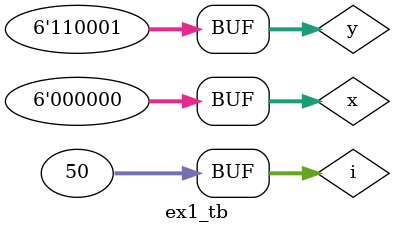
<source format=v>
module ex1(input [5:0] x, input [5:0] y, output reg [2:0] o);
  always @(*) begin
    if(x[5]==y[5]) begin
      o[2]=x[5]^1;
      o[1]=x[4]^1;
      o[0]=x[3]^1;
    end
    else begin
      o[2]=y[2]^1;
      o[1]=y[1]^1;
      o[0]=y[0]^1;
      
    end
  end
  
endmodule

module ex1_tb;
  
  reg [5:0] x,y;
  wire [2:0] o;
  
  ex1 dut(
    .x(x),
    .y(y),
    .o(o)
  );
  
  integer i;
  initial begin
    {x,y}=0;
    $monitor("%b\t%b\t%b",x,y,o);
    for(i=0;i<50;i=i+1) begin
      #10 {x,y}=i;
    end
  end
  
endmodule
</source>
